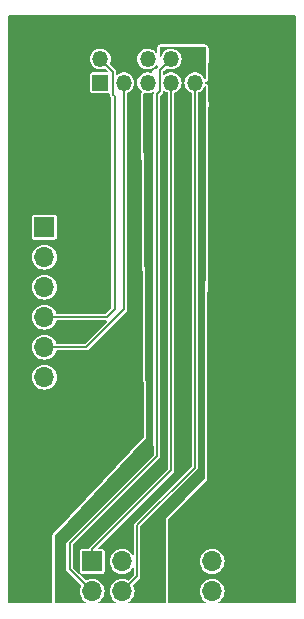
<source format=gtl>
G04 #@! TF.GenerationSoftware,KiCad,Pcbnew,8.0.0*
G04 #@! TF.CreationDate,2024-03-09T17:02:06-06:00*
G04 #@! TF.ProjectId,Sonde_Programmer_Adapter,536f6e64-655f-4507-926f-6772616d6d65,rev?*
G04 #@! TF.SameCoordinates,Original*
G04 #@! TF.FileFunction,Copper,L1,Top*
G04 #@! TF.FilePolarity,Positive*
%FSLAX46Y46*%
G04 Gerber Fmt 4.6, Leading zero omitted, Abs format (unit mm)*
G04 Created by KiCad (PCBNEW 8.0.0) date 2024-03-09 17:02:06*
%MOMM*%
%LPD*%
G01*
G04 APERTURE LIST*
G04 #@! TA.AperFunction,ComponentPad*
%ADD10O,1.700000X1.700000*%
G04 #@! TD*
G04 #@! TA.AperFunction,ComponentPad*
%ADD11R,1.700000X1.700000*%
G04 #@! TD*
G04 #@! TA.AperFunction,ComponentPad*
%ADD12R,1.350000X1.350000*%
G04 #@! TD*
G04 #@! TA.AperFunction,ComponentPad*
%ADD13O,1.350000X1.350000*%
G04 #@! TD*
G04 #@! TA.AperFunction,ViaPad*
%ADD14C,0.510000*%
G04 #@! TD*
G04 #@! TA.AperFunction,ViaPad*
%ADD15C,0.600000*%
G04 #@! TD*
G04 #@! TA.AperFunction,Conductor*
%ADD16C,0.129540*%
G04 #@! TD*
G04 APERTURE END LIST*
D10*
X79781000Y-81940000D03*
X79781000Y-79400000D03*
X79781000Y-76860000D03*
X79781000Y-74320000D03*
X79781000Y-71780000D03*
D11*
X79781000Y-69240000D03*
D12*
X84519000Y-57007000D03*
D13*
X84519000Y-55007000D03*
X86519000Y-57007000D03*
X86519000Y-55007000D03*
X88519000Y-57007000D03*
X88519000Y-55007000D03*
X90519000Y-57007000D03*
X90519000Y-55007000D03*
X92519000Y-57007000D03*
X92519000Y-55007000D03*
D11*
X83820000Y-97536000D03*
D10*
X83820000Y-100076000D03*
X86360000Y-97536000D03*
X86360000Y-100076000D03*
X88900000Y-97536000D03*
X88900000Y-100076000D03*
X91440000Y-97536000D03*
X91440000Y-100076000D03*
X93980000Y-97536000D03*
X93980000Y-100076000D03*
D14*
X83693000Y-75692000D03*
D15*
X85090000Y-99060000D03*
X81915000Y-100203000D03*
X88900000Y-95631000D03*
X86360000Y-95631000D03*
X83566000Y-95631000D03*
X91567000Y-88138000D03*
X89154000Y-90297000D03*
X88646000Y-87884000D03*
X93091000Y-71374000D03*
X91440000Y-71374000D03*
X89916000Y-71374000D03*
X88646000Y-71374000D03*
X93218000Y-58801000D03*
X91567000Y-58801000D03*
X89916000Y-58801000D03*
X88646000Y-58801000D03*
D16*
X85579230Y-56067230D02*
X84519000Y-55007000D01*
X85579230Y-58020230D02*
X85579230Y-56067230D01*
X85725000Y-58166000D02*
X85579230Y-58020230D01*
X85725000Y-76200000D02*
X85725000Y-58166000D01*
X85065000Y-76860000D02*
X85725000Y-76200000D01*
X79781000Y-76860000D02*
X85065000Y-76860000D01*
X90519000Y-89821000D02*
X90519000Y-57007000D01*
X83820000Y-96520000D02*
X90519000Y-89821000D01*
X83820000Y-97536000D02*
X83820000Y-96520000D01*
X89579230Y-55946770D02*
X90519000Y-55007000D01*
X89281000Y-58000460D02*
X89579230Y-57702230D01*
X89281000Y-87593294D02*
X89281000Y-58000460D01*
X89337770Y-87650064D02*
X89281000Y-87593294D01*
X89337770Y-88589230D02*
X89337770Y-87650064D01*
X81915000Y-96012000D02*
X89337770Y-88589230D01*
X81915000Y-98171000D02*
X81915000Y-96012000D01*
X83820000Y-100076000D02*
X81915000Y-98171000D01*
X89579230Y-57702230D02*
X89579230Y-55946770D01*
X83287000Y-79400000D02*
X86519000Y-76168000D01*
X79781000Y-79400000D02*
X83287000Y-79400000D01*
X86519000Y-76168000D02*
X86519000Y-57007000D01*
X87630000Y-94488000D02*
X92519000Y-89599000D01*
X87630000Y-98806000D02*
X87630000Y-94488000D01*
X86360000Y-100076000D02*
X87630000Y-98806000D01*
X92519000Y-89599000D02*
X92519000Y-57007000D01*
G04 #@! TA.AperFunction,Conductor*
G36*
X101080450Y-51319550D02*
G01*
X101099500Y-51365540D01*
X101099500Y-101034460D01*
X101080450Y-101080450D01*
X101034460Y-101099500D01*
X94553304Y-101099500D01*
X94507314Y-101080450D01*
X94488264Y-101034460D01*
X94507314Y-100988470D01*
X94522644Y-100977100D01*
X94566450Y-100953685D01*
X94726410Y-100822410D01*
X94857685Y-100662450D01*
X94955232Y-100479954D01*
X95015300Y-100281934D01*
X95035583Y-100076000D01*
X95015300Y-99870066D01*
X94955232Y-99672046D01*
X94857685Y-99489550D01*
X94792047Y-99409570D01*
X94726410Y-99329589D01*
X94628952Y-99249609D01*
X94566450Y-99198315D01*
X94383954Y-99100768D01*
X94383953Y-99100767D01*
X94383950Y-99100766D01*
X94185934Y-99040699D01*
X93980000Y-99020417D01*
X93774065Y-99040699D01*
X93576049Y-99100766D01*
X93393551Y-99198314D01*
X93233589Y-99329589D01*
X93102314Y-99489551D01*
X93004766Y-99672049D01*
X92944699Y-99870065D01*
X92924417Y-100076000D01*
X92944699Y-100281934D01*
X93004766Y-100479950D01*
X93004767Y-100479953D01*
X93004768Y-100479954D01*
X93102315Y-100662450D01*
X93153609Y-100724952D01*
X93233589Y-100822410D01*
X93313570Y-100888047D01*
X93393550Y-100953685D01*
X93437356Y-100977100D01*
X93468935Y-101015580D01*
X93464056Y-101065120D01*
X93425576Y-101096699D01*
X93406696Y-101099500D01*
X90313540Y-101099500D01*
X90267550Y-101080450D01*
X90248500Y-101034460D01*
X90248500Y-97536000D01*
X92924417Y-97536000D01*
X92944699Y-97741934D01*
X93004766Y-97939950D01*
X93004767Y-97939953D01*
X93004768Y-97939954D01*
X93102315Y-98122450D01*
X93153609Y-98184952D01*
X93233589Y-98282410D01*
X93313570Y-98348047D01*
X93393550Y-98413685D01*
X93576046Y-98511232D01*
X93576048Y-98511232D01*
X93576049Y-98511233D01*
X93774065Y-98571300D01*
X93792529Y-98573118D01*
X93980000Y-98591583D01*
X94185934Y-98571300D01*
X94383954Y-98511232D01*
X94566450Y-98413685D01*
X94726410Y-98282410D01*
X94857685Y-98122450D01*
X94955232Y-97939954D01*
X95015300Y-97741934D01*
X95035583Y-97536000D01*
X95015300Y-97330066D01*
X94955232Y-97132046D01*
X94857685Y-96949550D01*
X94792047Y-96869570D01*
X94726410Y-96789589D01*
X94628952Y-96709609D01*
X94566450Y-96658315D01*
X94383954Y-96560768D01*
X94383953Y-96560767D01*
X94383950Y-96560766D01*
X94185934Y-96500699D01*
X93980000Y-96480417D01*
X93774065Y-96500699D01*
X93576049Y-96560766D01*
X93393551Y-96658314D01*
X93233589Y-96789589D01*
X93102314Y-96949551D01*
X93004766Y-97132049D01*
X92944699Y-97330065D01*
X92924417Y-97536000D01*
X90248500Y-97536000D01*
X90248500Y-94089081D01*
X90266690Y-94043967D01*
X93474926Y-90712338D01*
X93517356Y-90646974D01*
X93535546Y-90602086D01*
X93550589Y-90525621D01*
X93659871Y-59052175D01*
X93665748Y-59025386D01*
X93703165Y-58943457D01*
X93723647Y-58801000D01*
X93703165Y-58658543D01*
X93667480Y-58580406D01*
X93661603Y-58553165D01*
X93665765Y-57354838D01*
X93660169Y-57306491D01*
X93653079Y-57276736D01*
X93641219Y-57241483D01*
X93586634Y-57168102D01*
X93548781Y-57135774D01*
X93489679Y-57100465D01*
X93452777Y-57095045D01*
X93410044Y-57069514D01*
X93397546Y-57023894D01*
X93399322Y-57007003D01*
X93398312Y-56997394D01*
X93412450Y-56949664D01*
X93452324Y-56926437D01*
X93475366Y-56922605D01*
X93521422Y-56903715D01*
X93579840Y-56867291D01*
X93633022Y-56792888D01*
X93652232Y-56746964D01*
X93668149Y-56668375D01*
X93677272Y-54040753D01*
X93661630Y-53961397D01*
X93642580Y-53915407D01*
X93621570Y-53881971D01*
X93605955Y-53857119D01*
X93605951Y-53857115D01*
X93531365Y-53804192D01*
X93485375Y-53785142D01*
X93406736Y-53769500D01*
X93406733Y-53769500D01*
X89600040Y-53769500D01*
X89600037Y-53769500D01*
X89521397Y-53785142D01*
X89475410Y-53804191D01*
X89475408Y-53804192D01*
X89417119Y-53840817D01*
X89417115Y-53840821D01*
X89364192Y-53915407D01*
X89345142Y-53961397D01*
X89329500Y-54040036D01*
X89329500Y-54429303D01*
X89310450Y-54475293D01*
X89264460Y-54494343D01*
X89218470Y-54475293D01*
X89216126Y-54472823D01*
X89156272Y-54406349D01*
X89108050Y-54352793D01*
X89108046Y-54352790D01*
X89108045Y-54352789D01*
X88959160Y-54244618D01*
X88865888Y-54203091D01*
X88791034Y-54169764D01*
X88611019Y-54131500D01*
X88426981Y-54131500D01*
X88246966Y-54169764D01*
X88078839Y-54244618D01*
X87929954Y-54352789D01*
X87929948Y-54352795D01*
X87806805Y-54489559D01*
X87806803Y-54489561D01*
X87714788Y-54648934D01*
X87657915Y-54823969D01*
X87638678Y-55007000D01*
X87657915Y-55190030D01*
X87714788Y-55365065D01*
X87806803Y-55524438D01*
X87806805Y-55524440D01*
X87929950Y-55661207D01*
X88078839Y-55769381D01*
X88246966Y-55844236D01*
X88426981Y-55882500D01*
X88426984Y-55882500D01*
X88611016Y-55882500D01*
X88611019Y-55882500D01*
X88791034Y-55844236D01*
X88959161Y-55769381D01*
X89108050Y-55661207D01*
X89231195Y-55524440D01*
X89231201Y-55524429D01*
X89232057Y-55523252D01*
X89232521Y-55522967D01*
X89233476Y-55521907D01*
X89233789Y-55522189D01*
X89274496Y-55497234D01*
X89322902Y-55508845D01*
X89344772Y-55536580D01*
X89364192Y-55583463D01*
X89364197Y-55583473D01*
X89396375Y-55634681D01*
X89400823Y-55641759D01*
X89401337Y-55642123D01*
X89401670Y-55642654D01*
X89405225Y-55646414D01*
X89404477Y-55647120D01*
X89427822Y-55684271D01*
X89416747Y-55732803D01*
X89409691Y-55741158D01*
X89351967Y-55798882D01*
X89305977Y-55817932D01*
X89299859Y-55817644D01*
X89249125Y-55812850D01*
X89180465Y-55817947D01*
X89098793Y-55859105D01*
X89060438Y-55890838D01*
X89060437Y-55890839D01*
X89009820Y-55953019D01*
X88903656Y-56153551D01*
X88865302Y-56185283D01*
X88819722Y-56182536D01*
X88791035Y-56169764D01*
X88739204Y-56158747D01*
X88611019Y-56131500D01*
X88426981Y-56131500D01*
X88263837Y-56166178D01*
X88246966Y-56169764D01*
X88078839Y-56244618D01*
X87929954Y-56352789D01*
X87929948Y-56352795D01*
X87806805Y-56489559D01*
X87806803Y-56489561D01*
X87714788Y-56648934D01*
X87657915Y-56823969D01*
X87638678Y-57007000D01*
X87657915Y-57190030D01*
X87714788Y-57365065D01*
X87806803Y-57524438D01*
X87806805Y-57524440D01*
X87929950Y-57661207D01*
X88011064Y-57720140D01*
X88037074Y-57762583D01*
X88030317Y-57803189D01*
X87964080Y-57928303D01*
X87946043Y-57975791D01*
X87938489Y-58006781D01*
X87932651Y-58057240D01*
X87932651Y-58057246D01*
X87932651Y-58057247D01*
X87939147Y-58800999D01*
X88185560Y-87015365D01*
X88167948Y-87060441D01*
X84740784Y-90712338D01*
X80512765Y-95217604D01*
X80512762Y-95217607D01*
X80512759Y-95217612D01*
X80471534Y-95282606D01*
X80471529Y-95282614D01*
X80453919Y-95327114D01*
X80453917Y-95327121D01*
X80439500Y-95402738D01*
X80439500Y-101034460D01*
X80420450Y-101080450D01*
X80374460Y-101099500D01*
X76765540Y-101099500D01*
X76719550Y-101080450D01*
X76700500Y-101034460D01*
X76700500Y-81940000D01*
X78725417Y-81940000D01*
X78745699Y-82145934D01*
X78805766Y-82343950D01*
X78805767Y-82343953D01*
X78805768Y-82343954D01*
X78903315Y-82526450D01*
X78954609Y-82588952D01*
X79034589Y-82686410D01*
X79114570Y-82752047D01*
X79194550Y-82817685D01*
X79377046Y-82915232D01*
X79377048Y-82915232D01*
X79377049Y-82915233D01*
X79575065Y-82975300D01*
X79593529Y-82977118D01*
X79781000Y-82995583D01*
X79986934Y-82975300D01*
X80184954Y-82915232D01*
X80367450Y-82817685D01*
X80527410Y-82686410D01*
X80658685Y-82526450D01*
X80756232Y-82343954D01*
X80816300Y-82145934D01*
X80836583Y-81940000D01*
X80816300Y-81734066D01*
X80756232Y-81536046D01*
X80658685Y-81353550D01*
X80593047Y-81273570D01*
X80527410Y-81193589D01*
X80429952Y-81113609D01*
X80367450Y-81062315D01*
X80184954Y-80964768D01*
X80184953Y-80964767D01*
X80184950Y-80964766D01*
X79986934Y-80904699D01*
X79781000Y-80884417D01*
X79575065Y-80904699D01*
X79377049Y-80964766D01*
X79194551Y-81062314D01*
X79034589Y-81193589D01*
X78903314Y-81353551D01*
X78805766Y-81536049D01*
X78745699Y-81734065D01*
X78725417Y-81940000D01*
X76700500Y-81940000D01*
X76700500Y-79400000D01*
X78725417Y-79400000D01*
X78745699Y-79605934D01*
X78805766Y-79803950D01*
X78805767Y-79803953D01*
X78805768Y-79803954D01*
X78903315Y-79986450D01*
X78954609Y-80048952D01*
X79034589Y-80146410D01*
X79114570Y-80212047D01*
X79194550Y-80277685D01*
X79377046Y-80375232D01*
X79377048Y-80375232D01*
X79377049Y-80375233D01*
X79575065Y-80435300D01*
X79593529Y-80437118D01*
X79781000Y-80455583D01*
X79986934Y-80435300D01*
X80184954Y-80375232D01*
X80367450Y-80277685D01*
X80527410Y-80146410D01*
X80658685Y-79986450D01*
X80756232Y-79803954D01*
X80784299Y-79711430D01*
X80815878Y-79672950D01*
X80846538Y-79665270D01*
X83339765Y-79665270D01*
X83339766Y-79665270D01*
X83437264Y-79624885D01*
X86743885Y-76318264D01*
X86784270Y-76220766D01*
X86784270Y-76115234D01*
X86784270Y-57889485D01*
X86803320Y-57843495D01*
X86822856Y-57830068D01*
X86912039Y-57790361D01*
X86959161Y-57769381D01*
X87108050Y-57661207D01*
X87231195Y-57524440D01*
X87254199Y-57484594D01*
X87323211Y-57365065D01*
X87323211Y-57365063D01*
X87323214Y-57365059D01*
X87380085Y-57190029D01*
X87399322Y-57007000D01*
X87380085Y-56823971D01*
X87323214Y-56648941D01*
X87323212Y-56648938D01*
X87323211Y-56648934D01*
X87231196Y-56489561D01*
X87231194Y-56489559D01*
X87108050Y-56352793D01*
X87108046Y-56352790D01*
X87108045Y-56352789D01*
X86959160Y-56244618D01*
X86865888Y-56203091D01*
X86791034Y-56169764D01*
X86611019Y-56131500D01*
X86426981Y-56131500D01*
X86263837Y-56166178D01*
X86246966Y-56169764D01*
X86078840Y-56244617D01*
X85947769Y-56339846D01*
X85899365Y-56351466D01*
X85856921Y-56325456D01*
X85844500Y-56287227D01*
X85844500Y-56014466D01*
X85844499Y-56014462D01*
X85804115Y-55916967D01*
X85769648Y-55882500D01*
X85729493Y-55842345D01*
X85332513Y-55445365D01*
X85313463Y-55399375D01*
X85322177Y-55366854D01*
X85323214Y-55365059D01*
X85380085Y-55190029D01*
X85399322Y-55007000D01*
X85380085Y-54823971D01*
X85323214Y-54648941D01*
X85323212Y-54648938D01*
X85323211Y-54648934D01*
X85231196Y-54489561D01*
X85231194Y-54489559D01*
X85216125Y-54472823D01*
X85108050Y-54352793D01*
X85108046Y-54352790D01*
X85108045Y-54352789D01*
X84959160Y-54244618D01*
X84865888Y-54203091D01*
X84791034Y-54169764D01*
X84611019Y-54131500D01*
X84426981Y-54131500D01*
X84246966Y-54169764D01*
X84078839Y-54244618D01*
X83929954Y-54352789D01*
X83929948Y-54352795D01*
X83806805Y-54489559D01*
X83806803Y-54489561D01*
X83714788Y-54648934D01*
X83657915Y-54823969D01*
X83638678Y-55007000D01*
X83657915Y-55190030D01*
X83714788Y-55365065D01*
X83806803Y-55524438D01*
X83806805Y-55524440D01*
X83929950Y-55661207D01*
X84078839Y-55769381D01*
X84246966Y-55844236D01*
X84426981Y-55882500D01*
X84426984Y-55882500D01*
X84611016Y-55882500D01*
X84611019Y-55882500D01*
X84791034Y-55844236D01*
X84881703Y-55803866D01*
X84931464Y-55802564D01*
X84954146Y-55817294D01*
X85157322Y-56020470D01*
X85176372Y-56066460D01*
X85157322Y-56112450D01*
X85111332Y-56131500D01*
X83824249Y-56131500D01*
X83765771Y-56143131D01*
X83699448Y-56187448D01*
X83655131Y-56253771D01*
X83643500Y-56312248D01*
X83643500Y-57701751D01*
X83655131Y-57760228D01*
X83655132Y-57760230D01*
X83655133Y-57760231D01*
X83699448Y-57826552D01*
X83765769Y-57870867D01*
X83765771Y-57870868D01*
X83824249Y-57882500D01*
X83824252Y-57882500D01*
X85213750Y-57882500D01*
X85236230Y-57878028D01*
X85285053Y-57887739D01*
X85312710Y-57929128D01*
X85313960Y-57941818D01*
X85313960Y-58072996D01*
X85354344Y-58170494D01*
X85354345Y-58170495D01*
X85440680Y-58256829D01*
X85459730Y-58302819D01*
X85459730Y-76063181D01*
X85440680Y-76109171D01*
X84974171Y-76575680D01*
X84928181Y-76594730D01*
X80846538Y-76594730D01*
X80800548Y-76575680D01*
X80784299Y-76548570D01*
X80756233Y-76456049D01*
X80756232Y-76456048D01*
X80756232Y-76456046D01*
X80658685Y-76273550D01*
X80555021Y-76147234D01*
X80527410Y-76113589D01*
X80426994Y-76031181D01*
X80367450Y-75982315D01*
X80184954Y-75884768D01*
X80184953Y-75884767D01*
X80184950Y-75884766D01*
X79986934Y-75824699D01*
X79781000Y-75804417D01*
X79575065Y-75824699D01*
X79377049Y-75884766D01*
X79194551Y-75982314D01*
X79034589Y-76113589D01*
X78903314Y-76273551D01*
X78805766Y-76456049D01*
X78745699Y-76654065D01*
X78725417Y-76860000D01*
X78745699Y-77065934D01*
X78805766Y-77263950D01*
X78805767Y-77263953D01*
X78805768Y-77263954D01*
X78903315Y-77446450D01*
X78954609Y-77508952D01*
X79034589Y-77606410D01*
X79114570Y-77672047D01*
X79194550Y-77737685D01*
X79377046Y-77835232D01*
X79377048Y-77835232D01*
X79377049Y-77835233D01*
X79575065Y-77895300D01*
X79593529Y-77897118D01*
X79781000Y-77915583D01*
X79986934Y-77895300D01*
X80184954Y-77835232D01*
X80367450Y-77737685D01*
X80527410Y-77606410D01*
X80658685Y-77446450D01*
X80756232Y-77263954D01*
X80766453Y-77230259D01*
X80784299Y-77171430D01*
X80815878Y-77132950D01*
X80846538Y-77125270D01*
X85029561Y-77125270D01*
X85075551Y-77144320D01*
X85094601Y-77190310D01*
X85075551Y-77236300D01*
X83196171Y-79115680D01*
X83150181Y-79134730D01*
X80846538Y-79134730D01*
X80800548Y-79115680D01*
X80784299Y-79088570D01*
X80756233Y-78996049D01*
X80756232Y-78996048D01*
X80756232Y-78996046D01*
X80658685Y-78813550D01*
X80593047Y-78733570D01*
X80527410Y-78653589D01*
X80429952Y-78573609D01*
X80367450Y-78522315D01*
X80184954Y-78424768D01*
X80184953Y-78424767D01*
X80184950Y-78424766D01*
X79986934Y-78364699D01*
X79781000Y-78344417D01*
X79575065Y-78364699D01*
X79377049Y-78424766D01*
X79194551Y-78522314D01*
X79034589Y-78653589D01*
X78903314Y-78813551D01*
X78805766Y-78996049D01*
X78745699Y-79194065D01*
X78725417Y-79400000D01*
X76700500Y-79400000D01*
X76700500Y-74320000D01*
X78725417Y-74320000D01*
X78745699Y-74525934D01*
X78805766Y-74723950D01*
X78805767Y-74723953D01*
X78805768Y-74723954D01*
X78903315Y-74906450D01*
X78954609Y-74968952D01*
X79034589Y-75066410D01*
X79114570Y-75132047D01*
X79194550Y-75197685D01*
X79377046Y-75295232D01*
X79377048Y-75295232D01*
X79377049Y-75295233D01*
X79575065Y-75355300D01*
X79593529Y-75357118D01*
X79781000Y-75375583D01*
X79986934Y-75355300D01*
X80184954Y-75295232D01*
X80367450Y-75197685D01*
X80527410Y-75066410D01*
X80658685Y-74906450D01*
X80756232Y-74723954D01*
X80816300Y-74525934D01*
X80836583Y-74320000D01*
X80816300Y-74114066D01*
X80756232Y-73916046D01*
X80658685Y-73733550D01*
X80593047Y-73653570D01*
X80527410Y-73573589D01*
X80429952Y-73493609D01*
X80367450Y-73442315D01*
X80184954Y-73344768D01*
X80184953Y-73344767D01*
X80184950Y-73344766D01*
X79986934Y-73284699D01*
X79781000Y-73264417D01*
X79575065Y-73284699D01*
X79377049Y-73344766D01*
X79194551Y-73442314D01*
X79034589Y-73573589D01*
X78903314Y-73733551D01*
X78805766Y-73916049D01*
X78745699Y-74114065D01*
X78725417Y-74320000D01*
X76700500Y-74320000D01*
X76700500Y-71780000D01*
X78725417Y-71780000D01*
X78745699Y-71985934D01*
X78805766Y-72183950D01*
X78805767Y-72183953D01*
X78805768Y-72183954D01*
X78903315Y-72366450D01*
X78954609Y-72428952D01*
X79034589Y-72526410D01*
X79114570Y-72592047D01*
X79194550Y-72657685D01*
X79377046Y-72755232D01*
X79377048Y-72755232D01*
X79377049Y-72755233D01*
X79575065Y-72815300D01*
X79593529Y-72817118D01*
X79781000Y-72835583D01*
X79986934Y-72815300D01*
X80184954Y-72755232D01*
X80367450Y-72657685D01*
X80527410Y-72526410D01*
X80658685Y-72366450D01*
X80756232Y-72183954D01*
X80816300Y-71985934D01*
X80836583Y-71780000D01*
X80816300Y-71574066D01*
X80756232Y-71376046D01*
X80658685Y-71193550D01*
X80593047Y-71113570D01*
X80527410Y-71033589D01*
X80429952Y-70953609D01*
X80367450Y-70902315D01*
X80184954Y-70804768D01*
X80184953Y-70804767D01*
X80184950Y-70804766D01*
X79986934Y-70744699D01*
X79781000Y-70724417D01*
X79575065Y-70744699D01*
X79377049Y-70804766D01*
X79194551Y-70902314D01*
X79034589Y-71033589D01*
X78903314Y-71193551D01*
X78805766Y-71376049D01*
X78745699Y-71574065D01*
X78725417Y-71780000D01*
X76700500Y-71780000D01*
X76700500Y-70109751D01*
X78730500Y-70109751D01*
X78742131Y-70168228D01*
X78742132Y-70168230D01*
X78742133Y-70168231D01*
X78786448Y-70234552D01*
X78852769Y-70278867D01*
X78852771Y-70278868D01*
X78911249Y-70290500D01*
X78911252Y-70290500D01*
X80650751Y-70290500D01*
X80709228Y-70278868D01*
X80709228Y-70278867D01*
X80709231Y-70278867D01*
X80775552Y-70234552D01*
X80819867Y-70168231D01*
X80819868Y-70168228D01*
X80831500Y-70109751D01*
X80831500Y-68370248D01*
X80819868Y-68311771D01*
X80819867Y-68311769D01*
X80775552Y-68245448D01*
X80709231Y-68201133D01*
X80709230Y-68201132D01*
X80709228Y-68201131D01*
X80650751Y-68189500D01*
X80650748Y-68189500D01*
X78911252Y-68189500D01*
X78911249Y-68189500D01*
X78852771Y-68201131D01*
X78786448Y-68245448D01*
X78742131Y-68311771D01*
X78730500Y-68370248D01*
X78730500Y-70109751D01*
X76700500Y-70109751D01*
X76700500Y-51365540D01*
X76719550Y-51319550D01*
X76765540Y-51300500D01*
X101034460Y-51300500D01*
X101080450Y-51319550D01*
G37*
G04 #@! TD.AperFunction*
G04 #@! TA.AperFunction,Conductor*
G36*
X89050008Y-57783754D02*
G01*
X89061638Y-57832156D01*
X89057486Y-57846883D01*
X89018457Y-57941111D01*
X89018456Y-57941115D01*
X89015730Y-57947695D01*
X89015730Y-87646062D01*
X89056114Y-87743558D01*
X89059674Y-87748885D01*
X89057389Y-87750411D01*
X89072500Y-87786866D01*
X89072500Y-88452411D01*
X89053450Y-88498401D01*
X81690115Y-95861736D01*
X81690115Y-95861737D01*
X81649730Y-95959232D01*
X81649730Y-98223768D01*
X81690114Y-98321264D01*
X81690115Y-98321265D01*
X82878976Y-99510125D01*
X82898026Y-99556115D01*
X82890346Y-99586774D01*
X82844767Y-99672046D01*
X82844766Y-99672048D01*
X82784699Y-99870065D01*
X82764417Y-100076000D01*
X82784699Y-100281934D01*
X82844766Y-100479950D01*
X82844767Y-100479953D01*
X82844768Y-100479954D01*
X82942315Y-100662450D01*
X82993609Y-100724952D01*
X83073589Y-100822410D01*
X83153570Y-100888047D01*
X83233550Y-100953685D01*
X83277356Y-100977100D01*
X83308935Y-101015580D01*
X83304056Y-101065120D01*
X83265576Y-101096699D01*
X83246696Y-101099500D01*
X80710040Y-101099500D01*
X80664050Y-101080450D01*
X80645000Y-101034460D01*
X80645000Y-95402738D01*
X80662613Y-95358231D01*
X88392000Y-87122000D01*
X88138143Y-58055452D01*
X88145698Y-58024458D01*
X88218728Y-57886512D01*
X88257082Y-57854781D01*
X88289730Y-57853326D01*
X88426981Y-57882500D01*
X88426984Y-57882500D01*
X88611016Y-57882500D01*
X88611019Y-57882500D01*
X88791034Y-57844236D01*
X88959161Y-57769381D01*
X88959164Y-57769378D01*
X88962111Y-57767678D01*
X88962615Y-57768551D01*
X89007559Y-57757753D01*
X89050008Y-57783754D01*
G37*
G04 #@! TD.AperFunction*
G04 #@! TA.AperFunction,Conductor*
G36*
X93452723Y-53994050D02*
G01*
X93471773Y-54040040D01*
X93471773Y-54040266D01*
X93462650Y-56667662D01*
X93443440Y-56713586D01*
X93397384Y-56732476D01*
X93351460Y-56713266D01*
X93335754Y-56687536D01*
X93323214Y-56648941D01*
X93231195Y-56489560D01*
X93108050Y-56352793D01*
X93108046Y-56352790D01*
X93108045Y-56352789D01*
X92959160Y-56244618D01*
X92865888Y-56203091D01*
X92791034Y-56169764D01*
X92611019Y-56131500D01*
X92426981Y-56131500D01*
X92246966Y-56169764D01*
X92078839Y-56244618D01*
X91929954Y-56352789D01*
X91929948Y-56352795D01*
X91806805Y-56489559D01*
X91806803Y-56489561D01*
X91714788Y-56648934D01*
X91657915Y-56823969D01*
X91638678Y-57007000D01*
X91657915Y-57190030D01*
X91714788Y-57365065D01*
X91806803Y-57524438D01*
X91806805Y-57524440D01*
X91929950Y-57661207D01*
X91929953Y-57661209D01*
X91929954Y-57661210D01*
X92078839Y-57769381D01*
X92215144Y-57830068D01*
X92249410Y-57866177D01*
X92253730Y-57889485D01*
X92253730Y-89462181D01*
X92234680Y-89508171D01*
X87405115Y-94337736D01*
X87405115Y-94337737D01*
X87364730Y-94435232D01*
X87364730Y-96927579D01*
X87345680Y-96973569D01*
X87299690Y-96992619D01*
X87253700Y-96973569D01*
X87242331Y-96958240D01*
X87237687Y-96949553D01*
X87237687Y-96949552D01*
X87106410Y-96789589D01*
X86956116Y-96666248D01*
X86946450Y-96658315D01*
X86763954Y-96560768D01*
X86763953Y-96560767D01*
X86763950Y-96560766D01*
X86565934Y-96500699D01*
X86360000Y-96480417D01*
X86154065Y-96500699D01*
X85956049Y-96560766D01*
X85773551Y-96658314D01*
X85613589Y-96789589D01*
X85482314Y-96949551D01*
X85384766Y-97132049D01*
X85324699Y-97330065D01*
X85304417Y-97536000D01*
X85324699Y-97741934D01*
X85384766Y-97939950D01*
X85384767Y-97939953D01*
X85384768Y-97939954D01*
X85482315Y-98122450D01*
X85533609Y-98184952D01*
X85613589Y-98282410D01*
X85660934Y-98321264D01*
X85773550Y-98413685D01*
X85956046Y-98511232D01*
X85956048Y-98511232D01*
X85956049Y-98511233D01*
X86154065Y-98571300D01*
X86172529Y-98573118D01*
X86360000Y-98591583D01*
X86565934Y-98571300D01*
X86763954Y-98511232D01*
X86946450Y-98413685D01*
X87106410Y-98282410D01*
X87237685Y-98122450D01*
X87239939Y-98118234D01*
X87242330Y-98113761D01*
X87280809Y-98082181D01*
X87330349Y-98087060D01*
X87361929Y-98125539D01*
X87364730Y-98144420D01*
X87364730Y-98669180D01*
X87345680Y-98715170D01*
X86925873Y-99134976D01*
X86879883Y-99154026D01*
X86849224Y-99146346D01*
X86763954Y-99100768D01*
X86763953Y-99100767D01*
X86763950Y-99100766D01*
X86565934Y-99040699D01*
X86360000Y-99020417D01*
X86154065Y-99040699D01*
X85956049Y-99100766D01*
X85773551Y-99198314D01*
X85613589Y-99329589D01*
X85482314Y-99489551D01*
X85384766Y-99672049D01*
X85324699Y-99870065D01*
X85304417Y-100076000D01*
X85324699Y-100281934D01*
X85384766Y-100479950D01*
X85384767Y-100479953D01*
X85384768Y-100479954D01*
X85482315Y-100662450D01*
X85533609Y-100724952D01*
X85613589Y-100822410D01*
X85693570Y-100888047D01*
X85773550Y-100953685D01*
X85817356Y-100977100D01*
X85848935Y-101015580D01*
X85844056Y-101065120D01*
X85805576Y-101096699D01*
X85786696Y-101099500D01*
X84393304Y-101099500D01*
X84347314Y-101080450D01*
X84328264Y-101034460D01*
X84347314Y-100988470D01*
X84362644Y-100977100D01*
X84406450Y-100953685D01*
X84566410Y-100822410D01*
X84697685Y-100662450D01*
X84795232Y-100479954D01*
X84855300Y-100281934D01*
X84875583Y-100076000D01*
X84855300Y-99870066D01*
X84795232Y-99672046D01*
X84697685Y-99489550D01*
X84632047Y-99409570D01*
X84566410Y-99329589D01*
X84468952Y-99249609D01*
X84406450Y-99198315D01*
X84223954Y-99100768D01*
X84223953Y-99100767D01*
X84223950Y-99100766D01*
X84025934Y-99040699D01*
X83820000Y-99020417D01*
X83614065Y-99040699D01*
X83416048Y-99100766D01*
X83416046Y-99100767D01*
X83330774Y-99146346D01*
X83281235Y-99151225D01*
X83254125Y-99134976D01*
X82762751Y-98643602D01*
X82748994Y-98610392D01*
X82745699Y-98611048D01*
X82712397Y-98593248D01*
X82199320Y-98080171D01*
X82180270Y-98034181D01*
X82180270Y-96148819D01*
X82199320Y-96102829D01*
X89562655Y-88739494D01*
X89603039Y-88641998D01*
X89603040Y-88641996D01*
X89603040Y-88536464D01*
X89603040Y-87597299D01*
X89562655Y-87499801D01*
X89562655Y-87499800D01*
X89562653Y-87499798D01*
X89557703Y-87487846D01*
X89559035Y-87487293D01*
X89546270Y-87456475D01*
X89546270Y-58137279D01*
X89565320Y-58091289D01*
X89804115Y-57852494D01*
X89807536Y-57844235D01*
X89844500Y-57754996D01*
X89844500Y-57726772D01*
X89863550Y-57680782D01*
X89909540Y-57661732D01*
X89947770Y-57674154D01*
X90078839Y-57769381D01*
X90215144Y-57830068D01*
X90249410Y-57866177D01*
X90253730Y-57889485D01*
X90253730Y-89684181D01*
X90234680Y-89730171D01*
X83595115Y-96369736D01*
X83595115Y-96369737D01*
X83563795Y-96445350D01*
X83528596Y-96480549D01*
X83503706Y-96485500D01*
X82950249Y-96485500D01*
X82891771Y-96497131D01*
X82825448Y-96541448D01*
X82781131Y-96607771D01*
X82769500Y-96666248D01*
X82769500Y-98405751D01*
X82781131Y-98464228D01*
X82812466Y-98511123D01*
X82817245Y-98535151D01*
X82844876Y-98543534D01*
X82891769Y-98574867D01*
X82950249Y-98586500D01*
X82950252Y-98586500D01*
X84689751Y-98586500D01*
X84748228Y-98574868D01*
X84748228Y-98574867D01*
X84748231Y-98574867D01*
X84814552Y-98530552D01*
X84858867Y-98464231D01*
X84858868Y-98464228D01*
X84870500Y-98405751D01*
X84870500Y-96666248D01*
X84858868Y-96607771D01*
X84827461Y-96560768D01*
X84814552Y-96541448D01*
X84748231Y-96497133D01*
X84748230Y-96497132D01*
X84748228Y-96497131D01*
X84689751Y-96485500D01*
X84689748Y-96485500D01*
X84386669Y-96485500D01*
X84340679Y-96466450D01*
X84321629Y-96420460D01*
X84340679Y-96374470D01*
X90743883Y-89971265D01*
X90743885Y-89971263D01*
X90784269Y-89873767D01*
X90784270Y-89873765D01*
X90784270Y-89768234D01*
X90784270Y-57889485D01*
X90803320Y-57843495D01*
X90822856Y-57830068D01*
X90842325Y-57821399D01*
X90959161Y-57769381D01*
X91108050Y-57661207D01*
X91231195Y-57524440D01*
X91254199Y-57484594D01*
X91323211Y-57365065D01*
X91323211Y-57365063D01*
X91323214Y-57365059D01*
X91380085Y-57190029D01*
X91399322Y-57007000D01*
X91380085Y-56823971D01*
X91323214Y-56648941D01*
X91323212Y-56648938D01*
X91323211Y-56648934D01*
X91231196Y-56489561D01*
X91231194Y-56489559D01*
X91108050Y-56352793D01*
X91108046Y-56352790D01*
X91108045Y-56352789D01*
X90959160Y-56244618D01*
X90865888Y-56203091D01*
X90791034Y-56169764D01*
X90611019Y-56131500D01*
X90426981Y-56131500D01*
X90246966Y-56169764D01*
X90078840Y-56244617D01*
X89947769Y-56339846D01*
X89899365Y-56351466D01*
X89856921Y-56325456D01*
X89844500Y-56287227D01*
X89844500Y-56083588D01*
X89863550Y-56037598D01*
X89886683Y-56014465D01*
X90083854Y-55817293D01*
X90129843Y-55798244D01*
X90156296Y-55803866D01*
X90246966Y-55844236D01*
X90426981Y-55882500D01*
X90426984Y-55882500D01*
X90611016Y-55882500D01*
X90611019Y-55882500D01*
X90791034Y-55844236D01*
X90959161Y-55769381D01*
X91108050Y-55661207D01*
X91231195Y-55524440D01*
X91276850Y-55445364D01*
X91323211Y-55365065D01*
X91323211Y-55365063D01*
X91323214Y-55365059D01*
X91380085Y-55190029D01*
X91399322Y-55007000D01*
X91380085Y-54823971D01*
X91323214Y-54648941D01*
X91323212Y-54648938D01*
X91323211Y-54648934D01*
X91231196Y-54489561D01*
X91231194Y-54489559D01*
X91108050Y-54352793D01*
X91108046Y-54352790D01*
X91108045Y-54352789D01*
X90959160Y-54244618D01*
X90865888Y-54203091D01*
X90791034Y-54169764D01*
X90611019Y-54131500D01*
X90426981Y-54131500D01*
X90246966Y-54169764D01*
X90078839Y-54244618D01*
X89929954Y-54352789D01*
X89929948Y-54352795D01*
X89806805Y-54489559D01*
X89806803Y-54489561D01*
X89714788Y-54648934D01*
X89714786Y-54648941D01*
X89668428Y-54791618D01*
X89661897Y-54811717D01*
X89629567Y-54849569D01*
X89579941Y-54853475D01*
X89542089Y-54821145D01*
X89535000Y-54791618D01*
X89535000Y-54040040D01*
X89554050Y-53994050D01*
X89600040Y-53975000D01*
X93406733Y-53975000D01*
X93452723Y-53994050D01*
G37*
G04 #@! TD.AperFunction*
G04 #@! TA.AperFunction,Conductor*
G36*
X93453176Y-57324369D02*
G01*
X93460266Y-57354124D01*
X93345090Y-90524907D01*
X93326900Y-90569795D01*
X90043000Y-93979999D01*
X90043000Y-101034460D01*
X90023950Y-101080450D01*
X89977960Y-101099500D01*
X86933304Y-101099500D01*
X86887314Y-101080450D01*
X86868264Y-101034460D01*
X86887314Y-100988470D01*
X86902644Y-100977100D01*
X86946450Y-100953685D01*
X87106410Y-100822410D01*
X87237685Y-100662450D01*
X87335232Y-100479954D01*
X87395300Y-100281934D01*
X87415583Y-100076000D01*
X87395300Y-99870066D01*
X87335232Y-99672046D01*
X87289651Y-99586772D01*
X87284772Y-99537236D01*
X87301020Y-99510127D01*
X87854885Y-98956264D01*
X87895270Y-98858766D01*
X87895270Y-98753234D01*
X87895270Y-94624819D01*
X87914320Y-94578829D01*
X92743885Y-89749264D01*
X92784269Y-89651768D01*
X92784270Y-89651766D01*
X92784270Y-89546234D01*
X92784270Y-57889485D01*
X92803320Y-57843495D01*
X92822856Y-57830068D01*
X92842325Y-57821399D01*
X92959161Y-57769381D01*
X93108050Y-57661207D01*
X93231195Y-57524440D01*
X93323214Y-57365059D01*
X93333371Y-57333798D01*
X93365697Y-57295948D01*
X93415323Y-57292041D01*
X93453176Y-57324369D01*
G37*
G04 #@! TD.AperFunction*
M02*

</source>
